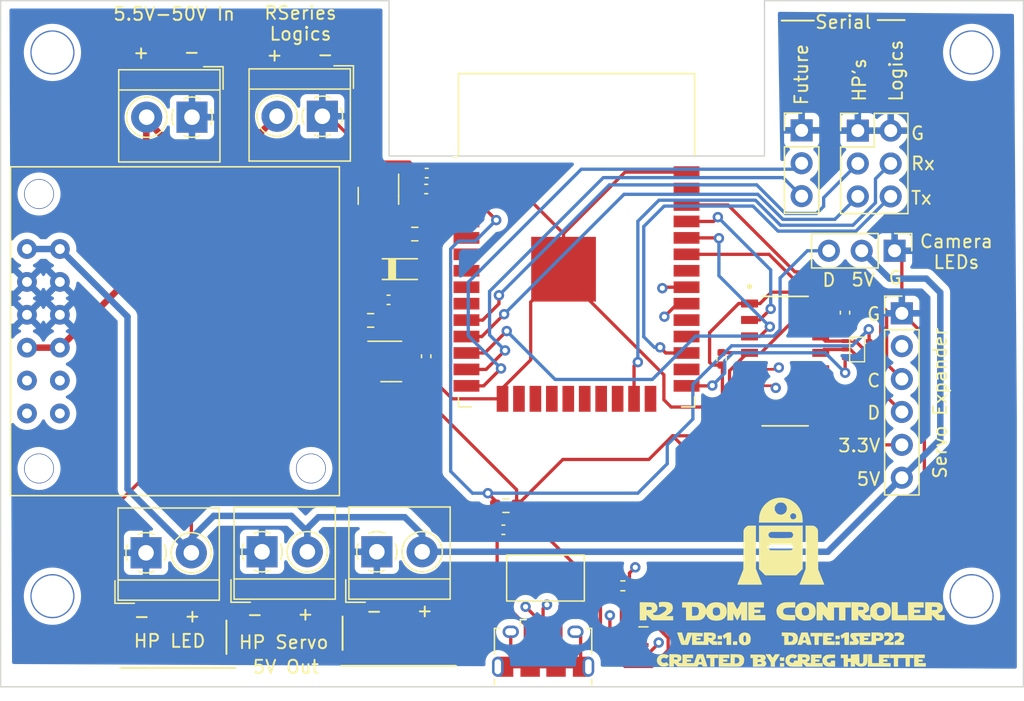
<source format=kicad_pcb>
(kicad_pcb (version 20211014) (generator pcbnew)
  (layers (0 "F.Cu" signal) (1 "In1.Cu" signal) (2 "In2.Cu" signal) (31 "B.Cu" signal) (34 "B.Paste" user) (35 "F.Paste" user) (36 "B.SilkS" user "B.Silkscreen") (37 "F.SilkS" user "F.Silkscreen") (38 "B.Mask" user) (39 "F.Mask" user) (44 "Edge.Cuts" user))
  (net 0 "")
  (net 1 "RX_FU")
  (net 2 "GND")
  (net 3 "+3.3V")
  (net 4 "VIN")
  (net 5 "VBUS")
  (net 8 "ST_LED_C")
  (net 9 "Net-(D1-Pad4)")
  (net 10 "D-")
  (net 11 "D+")
  (net 13 "unconnected-(J1-Pad6)")
  (net 15 "SCL")
  (net 16 "SDA")
  (net 17 "+5V")
  (net 18 "RX_RS")
  (net 19 "RX_HP")
  (net 20 "TX_RS")
  (net 21 "TX_HP")
  (net 22 "CL_D")
  (net 23 "Net-(R3-Pad1)")
  (net 24 "ST_LED_D")
  (net 31 "TX_FU")
  (net 40 "GPIO0")
  (net 45 "TXD0")
  (net 46 "RXD0")
  (net 55 "DTR")
  (net 56 "RTS")
  (net 58 "RESET")
  (net 63 "+12V")
  (footprint "TerminalBlock_4Ucon:TerminalBlock_4Ucon_1x02_P3.50mm_Horizontal" (layer "F.Cu") (at 87.78 66 180)
    (fp_text reference "J5" hide)
    (fp_text value "12IN" hide)
  )
  (footprint "Logos:DomeControllerVersioning" (layer "F.Cu") (at 134.13 105.94)
    (fp_text reference "G***" hide)
    (fp_text value "LOGO" hide)
  )
  (footprint "Capacitor_SMD:C_0402_1005Metric" (layer "F.Cu") (at 138.22 81.1 -90)
    (fp_text reference "C4" hide)
    (fp_text value "10uF" hide)
  )
  (footprint "TerminalBlock_4Ucon:TerminalBlock_4Ucon_1x02_P3.50mm_Horizontal" (layer "F.Cu") (at 93.19 99.57)
    (fp_text reference "J8" hide)
    (fp_text value "HP Servo" hide)
  )
  (footprint "Resistor_SMD:R_0603_1608Metric" (layer "F.Cu") (at 104.99 75.03)
    (fp_text reference "R2" hide)
    (fp_text value "100K" hide)
  )
  (footprint "Resistor_SMD:R_0603_1608Metric" (layer "F.Cu") (at 101.58 81.7)
    (fp_text reference "R3" hide)
    (fp_text value "100K" hide)
  )
  (footprint "Connector_USB:USB_Micro-B_Amphenol_10118194_Horizontal" (layer "F.Cu") (at 114.9 107.15)
    (fp_text reference "J1" hide)
    (fp_text value "USB_B_Micro" hide)
  )
  (footprint "RF_Module:ESP32-WROOM-32" (layer "F.Cu") (at 117.48 78.5)
    (fp_text reference "U1" hide)
    (fp_text value "ESP32-WROOM-32D_16MB_")
  )
  (footprint "Capacitor_SMD:C_0402_1005Metric" (layer "F.Cu") (at 105.87 71.55 180)
    (fp_text reference "C3" hide)
    (fp_text value "100nF" hide)
  )
  (footprint "Capacitor_SMD:C_0402_1005Metric" (layer "F.Cu") (at 102.96 80.11 180)
    (fp_text reference "C5" hide)
    (fp_text value "1uF" hide)
  )
  (footprint "TerminalBlock_4Ucon:TerminalBlock_4Ucon_1x02_P3.50mm_Horizontal" (layer "F.Cu") (at 102.06 99.57)
    (fp_text reference "J9" hide)
    (fp_text value "5V Out" hide)
  )
  (footprint "Capacitor_SMD:C_0402_1005Metric" (layer "F.Cu") (at 105.91 70.32 180)
    (fp_text reference "C2" hide)
    (fp_text value "10uF" hide)
  )
  (footprint "Custom:GT-TC057A-H050-L1" (layer "F.Cu") (at 115.085 101.6)
    (fp_text reference "SW1" hide)
    (fp_text value "SW_Push" hide)
  )
  (footprint "Capacitor_SMD:C_0402_1005Metric" (layer "F.Cu") (at 105.87 84.47 -90)
    (fp_text reference "C7" hide)
    (fp_text value "1uF" hide)
  )
  (footprint "Custom:SOD3716X135N" (layer "F.Cu") (at 103.8385 77.7385)
    (fp_text reference "CR1" hide)
    (fp_text value "B5819W-TP" hide)
  )
  (footprint "Symbol:r2" (layer "F.Cu") (at 133.29 98.78)
    (fp_text reference "G***" hide)
    (fp_text value "LOGO" hide)
  )
  (footprint "MountingHole:MountingHole_3.2mm_M3" (layer "F.Cu") (at 77 61)
    (fp_text reference "REF**" hide)
    (fp_text value "MountingHole_3.2mm_M3" hide)
  )
  (footprint "Connector_PinHeader_2.54mm:PinHeader_2x03_P2.54mm_Vertical" (layer "F.Cu") (at 139.21 67.04)
    (fp_text reference "J3" hide)
    (fp_text value "Conn_02x03_Odd_Even" hide)
  )
  (footprint "Package_TO_SOT_SMD:SOT-23" (layer "F.Cu") (at 102.18 72.08 -90)
    (fp_text reference "U2" hide)
    (fp_text value "CJ2301_S1" hide)
  )
  (footprint "MountingHole:MountingHole_3.2mm_M3" (layer "F.Cu") (at 77 103)
    (fp_text reference "REF**" hide)
    (fp_text value "MountingHole_3.2mm_M3" hide)
  )
  (footprint "Connector_PinHeader_2.54mm:PinHeader_1x06_P2.54mm_Vertical" (layer "F.Cu") (at 142.61 81.15)
    (fp_text reference "J2" hide)
    (fp_text value "Servo Header" hide)
  )
  (footprint "Capacitor_SMD:C_0402_1005Metric" (layer "F.Cu") (at 128.68 84.67 -90)
    (fp_text reference "C6" hide)
    (fp_text value "100nF" hide)
  )
  (footprint "LED_SMD:LED-APA102-2020" (layer "F.Cu") (at 121.8 106.77 180)
    (fp_text reference "D1" hide)
    (fp_text value "APA102-2020" hide)
  )
  (footprint "MountingHole:MountingHole_3.2mm_M3" (layer "F.Cu") (at 148 103)
    (fp_text reference "REF**" hide)
    (fp_text value "MountingHole_3.2mm_M3" hide)
  )
  (footprint "Connector_PinHeader_2.54mm:PinHeader_1x03_P2.54mm_Vertical" (layer "F.Cu") (at 142.05 76.32 -90)
    (fp_text reference "J4" hide)
    (fp_text value "Conn_01x03" hide)
  )
  (footprint "MountingHole:MountingHole_3.2mm_M3" (layer "F.Cu") (at 148 61)
    (fp_text reference "REF**" hide)
    (fp_text value "MountingHole_3.2mm_M3" hide)
  )
  (footprint "Connector_PinHeader_2.54mm:PinHeader_1x03_P2.54mm_Vertical" (layer "F.Cu") (at 134.87 67.02)
    (fp_text reference "J10" hide)
    (fp_text value "Conn_01x03" hide)
  )
  (footprint "TerminalBlock_4Ucon:TerminalBlock_4Ucon_1x02_P3.50mm_Horizontal" (layer "F.Cu") (at 84.23 99.65)
    (fp_text reference "J7" hide)
    (fp_text value "HP" hide)
  )
  (footprint "Pololu:D36V50F5-STEPDOWN" (layer "F.Cu") (at 86.465 82.535 -90)
    (fp_text reference "U6" hide)
    (fp_text value "D36V50F5-STEPDOWN" hide)
  )
  (footprint "Resistor_SMD:R_0402_1005Metric" (layer "F.Cu") (at 121.06 102.2)
    (fp_text reference "R4" hide)
    (fp_text value "220" hide)
  )
  (footprint "Capacitor_SMD:C_0402_1005Metric" (layer "F.Cu") (at 111.83 97.87)
    (fp_text reference "C1" hide)
    (fp_text value "100nF" hide)
  )
  (footprint "Custom:UMT6" (layer "F.Cu") (at 139.155 83.9458)
    (fp_text reference "U5" hide)
    (fp_text value "UMH3N" hide)
  )
  (footprint "Custom:SOIC127P600X180-16N" (layer "F.Cu") (at 133.595 84.84)
    (fp_text reference "U4" hide)
    (fp_text value "CH340C" hide)
  )
  (footprint "TerminalBlock_4Ucon:TerminalBlock_4Ucon_1x02_P3.50mm_Horizontal" (layer "F.Cu") (at 97.85 65.93 180)
    (fp_text reference "J6" hide)
    (fp_text value "RSeries Logics" hide)
  )
  (footprint "Package_TO_SOT_SMD:SOT-23-5" (layer "F.Cu") (at 103.17 84.87)
    (fp_text reference "U3" hide)
    (fp_text value "ME6211C33M5G" hide)
  )
  (footprint "Resistor_SMD:R_0603_1608Metric" (layer "F.Cu") (at 112.03 96.01 180)
    (fp_text reference "R1" hide)
    (fp_text value "10K" hide)
  )
  (gr_line (start 99.41 104.57) (end 99.41 107.15) (layer "F.SilkS") (width 0.15))
  (gr_line (start 135.81 58.54) (end 133.33 58.54) (layer "F.SilkS") (width 0.15))
  (gr_line (start 91.12 108.54) (end 82.25 108.54) (layer "F.SilkS") (width 0.15))
  (gr_line (start 90.44 104.88) (end 90.44 107.46) (layer "F.SilkS") (width 0.15))
  (gr_line (start 140.74 58.5) (end 142.83 58.5) (layer "F.SilkS") (width 0.15))
  (gr_line (start 108.165 108.38) (end 99.295 108.38) (layer "F.SilkS") (width 0.15))
  (gr_line (start 103 57) (end 103 69) (layer "Edge.Cuts") (width 0.1))
  (gr_line (start 132 57) (end 152 57) (layer "Edge.Cuts") (width 0.1))
  (gr_line (start 152 57) (end 152 110) (layer "Edge.Cuts") (width 0.1))
  (gr_line (start 152 110) (end 73 110) (layer "Edge.Cuts") (width 0.1))
  (gr_line locked (start 73 57) (end 103 57) (layer "Edge.Cuts") (width 0.1))
  (gr_line (start 73 110) (end 73 57) (layer "Edge.Cuts") (width 0.1))
  (gr_line (start 103 69) (end 132 69) (layer "Edge.Cuts") (width 0.1))
  (gr_line (start 132 69) (end 132 57) (layer "Edge.Cuts") (width 0.1))
  (gr_text "Camera\nLEDs" (at 146.82 76.4) (layer "F.SilkS") (effects (font (size 1 1))))
  (gr_text "5V Out" (at 95.03 108.46) (layer "F.SilkS") (effects (font (size 1 1))))
  (gr_text "HP LED" (at 86.05 106.46) (layer "F.SilkS") (effects (font (size 1 1))))
  (gr_text "Servo Expander" (at 145.56 88.09 90) (layer "F.SilkS") (effects (font (size 1 1))))
  (gr_text "Tx" (at 144.115714 72.24) (layer "F.SilkS") (effects (font (size 1 1))))
  (gr_text "+" (at 87.81 104.66 180) (layer "F.SilkS") (effects (font (size 1 1))))
  (gr_text "+" (at 83.85 60.99) (layer "F.SilkS") (effects (font (size 1 1))))
  (gr_text "-" (at 92.63 104.54 180) (layer "F.SilkS") (effects (font (size 1 1))))
  (gr_text "-" (at 87.76 60.96) (layer "F.SilkS") (effects (font (size 1 1))))
  (gr_text "+" (at 94.16 61.18) (layer "F.SilkS") (effects (font (size 1 1))))
  (gr_text "5V" (at 140.035238 93.96) (layer "F.SilkS") (effects (font (size 1 1))))
  (gr_text "G" (at 142.1 78.41) (layer "F.SilkS") (effects (font (size 1 1))))
  (gr_text "HP Servo" (at 94.86 106.56) (layer "F.SilkS") (effects (font (size 1 1))))
  (gr_text "D" (at 140.44 88.84) (layer "F.SilkS") (effects (font (size 1 1))))
  (gr_text "+" (at 96.54 104.51 180) (layer "F.SilkS") (effects (font (size 1 1))))
  (gr_text "G" (at 140.44 81.21) (layer "F.SilkS") (effects (font (size 1 1))))
  (gr_text "HP's" (at 139.33 63.122858 90) (layer "F.SilkS") (effects (font (size 1 1))))
  (gr_text "5.5V-50V In" (at 86.4 58.03) (layer "F.SilkS") (effects (font (size 1 1))))
  (gr_text "RSeries\nLogics" (at 96.16 58.76) (layer "F.SilkS") (effects (font (size 1 1))))
  (gr_text "Serial" (at 138.09 58.66) (layer "F.SilkS") (effects (font (size 1 1))))
  (gr_text "3.3V" (at 139.320952 91.37) (layer "F.SilkS") (effects (font (size 1 1))))
  (gr_text "Logics" (at 142.16 62.408572 90) (layer "F.SilkS") (effects (font (size 1 1))))
  (gr_text "D" (at 136.98 78.58) (layer "F.SilkS") (effects (font (size 1 1))))
  (gr_text "Rx" (at 144.234762 69.58) (layer "F.SilkS") (effects (font (size 1 1))))
  (gr_text "Future" (at 134.85 62.71 90) (layer "F.SilkS") (effects (font (size 1 1))))
  (gr_text "-" (at 83.9 104.69 180) (layer "F.SilkS") (effects (font (size 1 1))))
  (gr_text "+" (at 105.76 104.25 180) (layer "F.SilkS") (effects (font (size 1 1))))
  (gr_text "5V" (at 139.62 78.56) (layer "F.SilkS") (effects (font (size 1 1))))
  (gr_text "-" (at 98.07 61.15) (layer "F.SilkS") (effects (font (size 1 1))))
  (gr_text "G" (at 143.83 67.25) (layer "F.SilkS") (effects (font (size 1 1))))
  (gr_text "-" (at 101.85 104.28 180) (layer "F.SilkS") (effects (font (size 1 1))))
  (gr_text "C" (at 140.44 86.35) (layer "F.SilkS") (effects (font (size 1 1))))
  (segment (start 108.98 86.755) (end 110.305 86.755) (width 0.254) (layer "F.Cu") (net 1))
  (segment (start 110.305 86.755) (end 111.65 85.41) (width 0.254) (layer "F.Cu") (net 1))
  (via (at 111.65 85.41) (size 0.8) (drill 0.4) (layers "F.Cu" "B.Cu") (net 1))
  (segment (start 109.12 82.88) (end 111.65 85.41) (width 0.254) (layer "B.Cu") (net 1))
  (segment (start 109.12 78.75) (end 109.12 82.88) (width 0.254) (layer "B.Cu") (net 1))
  (segment (start 117.85 70.02) (end 109.12 78.75) (width 0.254) (layer "B.Cu") (net 1))
  (segment (start 134.41 70.02) (end 117.85 70.02) (width 0.254) (layer "B.Cu") (net 1))
  (segment (start 134.87 69.56) (end 134.41 70.02) (width 0.254) (layer "B.Cu") (net 1))
  (segment (start 128.22 87.92) (end 128.25 87.95) (width 0.25) (layer "F.Cu") (net 2))
  (segment (start 138.27 79.52) (end 139.02 80.27) (width 0.254) (layer "F.Cu") (net 2))
  (segment (start 123.303489 108.426511) (end 121.223489 108.426511) (width 0.254) (layer "F.Cu") (net 2))
  (segment (start 108.41848 69.68348) (end 108.98 70.245) (width 0.254) (layer "F.Cu") (net 2))
  (segment (start 116.48 77.745) (end 113.94 80.285) (width 0.25) (layer "F.Cu") (net 2))
  (segment (start 116.48 77.745) (end 116.48 78.155386) (width 0.25) (layer "F.Cu") (net 2))
  (segment (start 104.821122 80.11) (end 106.26 78.671122) (width 0.25) (layer "F.Cu") (net 2))
  (segment (start 105.43 70.31) (end 106.05652 69.68348) (width 0.254) (layer "F.Cu") (net 2))
  (segment (start 116.48 74.995) (end 111.73 70.245) (width 0.25) (layer "F.Cu") (net 2))
  (segment (start 130.005 80.395) (end 130.845 80.395) (width 0.254) (layer "F.Cu") (net 2))
  (segment (start 105.815 75.03) (end 105.39 74.605) (width 0.25) (layer "F.Cu") (net 2))
  (segment (start 116.48 77.745) (end 116.48 74.995) (width 0.25) (layer "F.Cu") (net 2))
  (segment (start 102.0325 84.87) (end 102.416072 84.87) (width 0.25) (layer "F.Cu") (net 2))
  (segment (start 103.44 80.11) (end 104.821122 80.11) (width 0.25) (layer "F.Cu") (net 2))
  (segment (start 119.33 102.555) (end 118.375 101.6) (width 0.254) (layer "F.Cu") (net 2))
  (segment (start 118.375 101.6) (end 116.2 103.775) (width 0.254) (layer "F.Cu") (net 2))
  (segment (start 124.56 107.17) (end 123.303489 108.426511) (width 0.254) (layer "F.Cu") (net 2))
  (segment (start 124.23 87.83) (end 124.79 88.39) (width 0.25) (layer "F.Cu") (net 2))
  (segment (start 127.11 88.39) (end 127.58 87.92) (width 0.25) (layer "F.Cu") (net 2))
  (segment (start 121.23 70.245) (end 125.98 70.245) (width 0.25) (layer "F.Cu") (net 2))
  (segment (start 116.48 74.995) (end 121.23 70.245) (width 0.25) (layer "F.Cu") (net 2))
  (segment (start 128.25 87.95) (end 128.75 87.45) (width 0.25) (layer "F.Cu") (net 2))
  (segment (start 127.58 87.92) (end 128.22 87.92) (width 0.25) (layer "F.Cu") (net 2))
  (segment (start 113.94 84.750978) (end 111.765 86.925978) (width 0.25) (layer "F.Cu") (net 2))
  (segment (start 105.87 85.744022) (end 107.880978 87.755) (width 0.25) (layer "F.Cu") (net 2))
  (segment (start 124.23 85.905386) (end 124.23 87.83) (width 0.25) (layer "F.Cu") (net 2))
  (segment (start 123.4 105.27) (end 123.46 105.33) (width 0.254) (layer "F.Cu") (net 2))
  (segment (start 124.79 88.39) (end 127.11 88.39) (width 0.25) (layer "F.Cu") (net 2))
  (segment (start 142.37 102.7) (end 144.35 100.72) (width 0.254) (layer "F.Cu") (net 2))
  (segment (start 124.286 102.7) (end 142.37 102.7) (width 0.254) (layer "F.Cu") (net 2))
  (segment (start 142.61 81.15) (end 142.61 76.88) (width 0.254) (layer "F.Cu") (net 2))
  (segment (start 113.94 80.285) (end 113.94 84.750978) (width 0.25) (layer "F.Cu") (net 2))
  (segment (start 103.32048 80.22952) (end 103.44 80.11) (width 0.25) (layer "F.Cu") (net 2))
  (segment (start 111.73 70.245) (end 108.98 70.245) (width 0.25) (layer "F.Cu") (net 2))
  (segment (start 105.87 84.95) (end 105.87 85.744022) (width 0.25) (layer "F.Cu") (net 2))
  (segment (start 121.8 105.416978) (end 121.946978 105.27) (width 0.254) (layer "F.Cu") (net 2))
  (segment (start 107.880978 87.755) (end 111.765 87.755) (width 0.25) (layer "F.Cu") (net 2))
  (segment (start 130.845 80.395) (end 131.655 80.395) (width 0.254) (layer "F.Cu") (net 2))
  (segment (start 121.8 105.186) (end 124.286 102.7) (width 0.254) (layer "F.Cu") (net 2))
  (segment (start 128.68 85.15) (end 127.97 85.15) (width 0.254) (layer "F.Cu") (net 2))
  (segment (start 144.35 82.84) (end 142.66 81.15) (width 0.254) (layer "F.Cu") (net 2))
  (segment (start 123.46 105.33) (end 123.66 105.33) (width 0.254) (layer "F.Cu") (net 2))
  (segment (start 106.05652 69.68348) (end 108.41848 69.68348) (width 0.254) (layer "F.Cu") (net 2))
  (segment (start 127.76 84.94) (end 127.76 82.64) (width 0.254) (layer "F.Cu") (net 2))
  (segment (start 142.66 81.15) (end 142.61 81.15) (width 0.254) (layer "F.Cu") (net 2))
  (segment (start 132.53 79.52) (end 138.27 79.52) (width 0.254) (layer "F.Cu") (net 2))
  (segment (start 138.83 81.58) (end 138.22 81.58) (width 0.254) (layer "F.Cu") (net 2))
  (segment (start 114.645 97.87) (end 118.375 101.6) (width 0.254) (layer "F.Cu") (net 2))
  (segment (start 119.33 106.2) (end 119.33 102.555) (width 0.254) (layer "F.Cu") (net 2))
  (segment (start 124.56 106.23) (end 124.56 107.17) (width 0.254) (layer "F.Cu") (net 2))
  (segment (start 128.75 87.45) (end 128.75 85.45) (width 0.25) (layer "F.Cu") (net 2))
  (segment (start 139.02 80.27) (end 139.02 81.39) (width 0.254) (layer "F.Cu") (net 2))
  (segment (start 97.82 65.36) (end 101.93 69.47) (width 0.254) (layer "F.Cu") (net 2))
  (segment (start 121.946978 105.27) (end 123.4 105.27) (width 0.254) (layer "F.Cu") (net 2))
  (segment (start 120.95 108.153022) (end 120.95 107.67) (width 0.254) (layer "F.Cu") (net 2))
  (segment (start 103.32048 83.965592) (end 103.32048 80.22952) (width 0.25) (layer "F.Cu") (net 2))
  (segment (start 120.8 107.67) (end 119.33 106.2) (width 0.254) (layer "F.Cu") (net 2))
  (segment (start 116.48 78.155386) (end 124.23 85.905386) (width 0.25) (layer "F.Cu") (net 2))
  (segment (start 105.43 70.32) (end 105.43 70.31) (width 0.254) (layer "F.Cu") (net 2))
  (segment (start 105.39 74.605) (end 105.39 71.55) (width 0.25) (layer "F.Cu") (net 2))
  (segment (start 121.8 106.18) (end 121.8 105.416978) (width 0.254) (layer "F.Cu") (net 2))
  (segment (start 127.97 85.15) (end 127.76 84.94) (width 0.254) (layer "F.Cu") (net 2))
  (segment (start 144.35 100.72) (end 144.35 82.84) (width 0.254) (layer "F.Cu") (net 2))
  (segment (start 142.61 76.88) (end 142.05 76.32) (width 0.254) (layer "F.Cu") (net 2))
  (segment (start 105.43 70.32) (end 105.43 71.51) (width 0.254) (layer "F.Cu") (net 2))
  (segment (start 104.58 69.47) (end 105.43 70.32) (width 0.254) (layer "F.Cu") (net 2))
  (segment (start 112.31 97.87) (end 114.645 97.87) (width 0.254) (layer "F.Cu") (net 2))
  (segment (start 127.76 82.64) (end 130.005 80.395) (width 0.254) (layer "F.Cu") (net 2))
  (segment (start 116.2 103.775) (end 116.2 105.75) (width 0.254) (layer "F.Cu") (net 2))
  (segment (start 131.655 80.395) (end 132.53 79.52) (width 0.254) (layer "F.Cu") (net 2))
  (segment (start 120.95 107.67) (end 120.8 107.67) (width 0.254) (layer "F.Cu") (net 2))
  (segment (start 111.765 86.925978) (end 111.765 87.755) (width 0.25) (layer "F.Cu") (net 2))
  (segment (start 106.26 78.671122) (end 106.26 75.475) (width 0.25) (layer "F.Cu") (net 2))
  (segment (start 123.66 105.33) (end 124.56 106.23) (width 0.254) (layer "F.Cu") (net 2))
  (segment (start 121.8 106.18) (end 121.8 105.186) (width 0.254) (layer "F.Cu") (net 2))
  (segment (start 101.93 69.47) (end 104.58 69.47) (width 0.254) (layer "F.Cu") (net 2))
  (segment (start 121.223489 108.426511) (end 120.95 108.153022) (width 0.254) (layer "F.Cu") (net 2))
  (segment (start 106.26 75.475) (end 105.815 75.03) (width 0.25) (layer "F.Cu") (net 2))
  (segment (start 139.02 81.39) (end 138.83 81.58) (width 0.254) (layer "F.Cu") (net 2))
  (segment (start 105.43 71.51) (end 105.39 71.55) (width 0.254) (layer "F.Cu") (net 2))
  (segment (start 102.416072 84.87) (end 103.32048 83.965592) (width 0.25) (layer "F.Cu") (net 2))
  (segment (start 116.425 92.44) (end 123.07 92.44) (width 0.25) (layer "F.Cu") (net 3))
  (segment (start 105.42048 85.46741) (end 105.42048 87.34048) (width 0.25) (layer "F.Cu") (net 3))
  (segment (start 106.92 72.745978) (end 106.92 81.3075) (width 0.25) (layer "F.Cu") (net 3))
  (segment (start 106.92 81.3075) (end 104.3075 83.92) (width 0.25) (layer "F.Cu") (net 3))
  (segment (start 131.735 84.205) (end 135.545 80.395) (width 0.25) (layer "F.Cu") (net 3))
  (segment (start 108.150978 71.515) (end 106.92 72.745978) (width 0.25) (layer "F.Cu") (net 3))
  (segment (start 104.3075 83.92) (end 104.3075 84.35443) (width 0.25) (layer "F.Cu") (net 3))
  (segment (start 128.68 84.19) (end 130.83 84.19) (width 0.254) (layer "F.Cu") (net 3))
  (segment (start 121.87 107.67) (end 121.8 107.6) (width 0.254) (layer "F.Cu") (net 3))
  (segment (start 130.685089 84.205) (end 130.845 84.205) (width 0.25) (layer "F.Cu") (net 3))
  (segment (start 108.98 71.515) (end 106.385 71.515) (width 0.25) (layer "F.Cu") (net 3))
  (segment (start 108.98 71.515) (end 108.150978 71.515) (width 0.25) (layer "F.Cu") (net 3))
  (segment (start 105.42048 87.34048) (end 112.855 94.775) (width 0.25) (layer "F.Cu") (net 3))
  (segment (start 130.83 84.19) (end 130.845 84.205) (width 0.254) (layer "F.Cu") (net 3))
  (segment (start 135.545 80.395) (end 136.345 80.395) (width 0.25) (layer "F.Cu") (net 3))
  (segment (start 104.3075 84.35443) (end 105.42048 85.46741) (width 0.25) (layer "F.Cu") (net 3))
  (segment (start 124.9 90.61) (end 127.11 90.61) (width 0.25) (layer "F.Cu") (net 3))
  (segment (start 107.585 71.515) (end 106.39 70.32) (width 0.25) (layer "F.Cu") (net 3))
  (segment (start 129.3 85.590089) (end 130.685089 84.205) (width 0.25) (layer "F.Cu") (net 3))
  (segment (start 104.3075 83.92) (end 105.8 83.92) (width 0.25) (layer "F.Cu") (net 3))
  (segment (start 125.6 91.31) (end 142.61 91.31) (width 0.25) (layer "F.Cu") (net 3))
  (segment (start 129.3 88.42) (end 129.3 85.590089) (width 0.25) (layer "F.Cu") (net 3))
  (segment (start 138.22 80.62) (end 136.57 80.62) (width 0.254) (layer "F.Cu") (net 3))
  (segment (start 123.07 92.44) (end 124.9 90.61) (width 0.25) (layer "F.Cu") (net 3))
  (segment (start 122.65 107.67) (end 122.8 107.67) (width 0.254) (layer "F.Cu") (net 3))
  (segment (start 136.57 80.62) (end 136.345 80.395) (width 0.254) (layer "F.Cu") (net 3))
  (segment (start 123.83 106.64) (end 123.83 106.58) (width 0.254) (layer "F.Cu") (net 3))
  (segment (start 122.8 107.67) (end 123.83 106.64) (width 0.254) (layer "F.Cu") (net 3))
  (segment (start 108.98 71.515) (end 107.585 71.515) (width 0.25) (layer "F.Cu") (net 3))
  (segment (start 124.9 90.61) (end 125.6 91.31) (width 0.25) (layer "F.Cu") (net 3))
  (segment (start 112.855 96.01) (end 116.425 92.44) (width 0.25) (layer "F.Cu") (net 3))
  (segment (start 127.11 90.61) (end 129.3 88.42) (width 0.25) (layer "F.Cu") (net 3))
  (segment (start 106.385 71.515) (end 106.35 71.55) (width 0.25) (layer "F.Cu") (net 3))
  (segment (start 122.65 107.67) (end 121.87 107.67) (width 0.254) (layer "F.Cu") (net 3))
  (segment (start 112.855 94.775) (end 112.855 96.01) (width 0.25) (layer "F.Cu") (net 3))
  (segment (start 130.845 84.205) (end 131.735 84.205) (width 0.25) (layer "F.Cu") (net 3))
  (via (at 123.83 106.58) (size 0.8) (drill 0.4) (layers "F.Cu" "B.Cu") (net 3))
  (segment (start 101.23 71.1425) (end 101.721428 71.1425) (width 0.25) (layer "F.Cu") (net 4))
  (segment (start 102.405 80.185) (end 102.48 80.11) (width 0.25) (layer "F.Cu") (net 4))
  (segment (start 102.80452 72.225592) (end 102.80452 77.13418) (width 0.25) (layer "F.Cu") (net 4))
  (segment (start 101.721428 71.1425) (end 102.80452 72.225592) (width 0.25) (layer "F.Cu") (net 4))
  (segment (start 102.48 78.0183) (end 102.2002 77.7385) (width 0.25) (layer "F.Cu") (net 4))
  (segment (start 102.80452 77.13418) (end 102.2002 77.7385) (width 0.25) (layer "F.Cu") (net 4))
  (segment (start 102.0325 82.0725) (end 102.405 81.7) (width 0.25) (layer "F.Cu") (net 4))
  (segment (start 102.405 81.7) (end 102.405 80.185) (width 0.25) (layer "F.Cu") (net 4))
  (segment (start 102.48 80.11) (end 102.48 78.0183) (width 0.25) (layer "F.Cu") (net 4))
  (segment (start 102.0325 83.92) (end 102.0325 82.0725) (width 0.25) (layer "F.Cu") (net 4))
  (segment (start 98.491099 72.47) (end 100.882619 70.07848) (width 0.254) (layer "F.Cu") (net 5))
  (segment (start 104.165 72.1775) (end 104.165 75.03) (width 0.25) (layer "F.Cu") (net 5))
  (segment (start 87.27648 91.99352) (end 87.27648 76.73352) (width 0.254) (layer "F.Cu") (net 5))
  (segment (start 84.41 93.48) (end 85.79 93.48) (width 0.254) (layer "F.Cu") (net 5))
  (segment (start 112.105 103.78) (end 83.44 103.78) (width 0.254) (layer "F.Cu") (net 5))
  (segment (start 85.79 93.48) (end 87.27648 91.99352) (width 0.254) (layer "F.Cu") (net 5))
  (segment (start 104.165 75.03) (end 105.4768 76.3418) (width 0.25) (layer "F.Cu") (net 5))
  (segment (start 87.27648 76.73352) (end 91.54 72.47) (width 0.254) (layer "F.Cu") (net 5))
  (segment (start 113.6 105.75) (end 113.6 105.275) (width 0.254) (layer "F.Cu") (net 5))
  (segment (start 81.09 96.8) (end 84.41 93.48) (width 0.254) (layer "F.Cu") (net 5))
  (segment (start 81.09 101.43) (end 81.09 96.8) (width 0.254) (layer "F.Cu") (net 5))
  (segment (start 91.54 72.47) (end 98.491099 72.47) (width 0.254) (layer "F.Cu") (net 5))
  (segment (start 102.06798 70.08048) (end 103.13 71.1425) (width 0.25) (layer "F.Cu") (net 5))
  (segment (start 113.6 105.275) (end 112.105 103.78) (width 0.254) (layer "F.Cu") (net 5))
  (segment (start 103.13 71.1425) (end 104.165 72.1775) (width 0.25) (layer "F.Cu") (net 5))
  (segment (start 100.883448 70.08048) (end 102.06798 70.08048) (width 0.25) (layer "F.Cu") (net 5))
  (segment (start 105.4768 76.3418) (end 105.4768 77.7385) (width 0.25) (layer "F.Cu") (net 5))
  (segment (start 83.44 103.78) (end 81.09 101.43) (width 0.254) (layer "F.Cu") (net 5))
  (segment (start 124.185 79.135) (end 124.11 79.21) (width 0.254) (layer "F.Cu") (net 8))
  (segment (start 120.7 106.77) (end 120.06 106.13) (width 0.254) (layer "F.Cu") (net 8))
  (segment (start 120.95 106.77) (end 120.7 106.77) (width 0.254) (layer "F.Cu") (net 8))
  (segment (start 125.98 79.135) (end 124.185 79.135) (width 0.254) (layer "F.Cu") (net 8))
  (segment (start 120.06 106.13) (end 120.06 104.48) (width 0.254) (layer "F.Cu") (net 8))
  (via (at 124.11 79.21) (size 0.8) (drill 0.4) (layers "F.Cu" "B.Cu") (net 8))
  (via (at 120.06 104.48) (size 0.8) (drill 0.4) (layers "F.Cu" "B.Cu") (net 8))
  (segment (start 120.55 102.2) (end 120.95 102.6) (width 0.254) (layer "F.Cu") (net 9))
  (segment (start 120.95 102.6) (end 120.95 105.87) (width 0.254) (layer "F.Cu") (net 9))
  (segment (start 114.25 105.75) (end 114.25 104.52) (width 0.254) (layer "F.Cu") (net 10))
  (segment (start 132.705 86.745) (end 132.87 86.91) (width 0.2) (layer "F.Cu") (net 10))
  (segment (start 114.25 104.52) (end 113.545 103.815) (width 0.254) (layer "F.Cu") (net 10))
  (segment (start 130.845 86.745) (end 132.705 86.745) (width 0.2) (layer "F.Cu") (net 10))
  (via (at 132.87 86.91) (size 0.8) (drill 0.4) (layers "F.Cu" "B.Cu") (net 10))
  (via (at 113.545 103.815) (size 0.8) (drill 0.4) (layers "F.Cu" "B.Cu") (net 10))
  (segment (start 130.845 85.475) (end 132.975 85.475) (width 0.2) (layer "F.Cu") (net 11))
  (segment (start 114.9 103.96) (end 115.2 103.66) (width 0.254) (layer "F.Cu") (net 11))
  (segment (start 114.9 105.75) (end 114.9 103.96) (width 0.254) (layer "F.Cu") (net 11))
  (segment (start 132.975 85.475) (end 133.11 85.34) (width 0.2) (layer "F.Cu") (net 11))
  (via (at 133.11 85.34) (size 0.8) (drill 0.4) (layers "F.Cu" "B.Cu") (net 11))
  (via (at 115.2 103.66) (size 0.8) (drill 0.4) (layers "F.Cu" "B.Cu") (net 11))
  (segment (start 113.9 108.45) (end 115.9 108.45) (width 0.254) (layer "F.Cu") (net 13))
  (segment (start 112.4 108.05) (end 112 108.45) (width 0.254) (layer "F.Cu") (net 13))
  (segment (start 117.8 108.45) (end 117.8 106.15) (width 0.254) (layer "F.Cu") (net 13))
  (segment (start 115.9 108.45) (end 117.8 108.45) (width 0.254) (layer "F.Cu") (net 13))
  (segment (start 117.8 106.15) (end 117.4 105.75) (width 0.254) (layer "F.Cu") (net 13))
  (segment (start 112.4 105.75) (end 112.4 108.05) (width 0.254) (layer "F.Cu") (net 13))
  (segment (start 112 108.45) (end 113.9 108.45) (width 0.254) (layer "F.Cu") (net 13))
  (segment (start 141.433489 85.053489) (end 142.61 86.23) (width 0.254) (layer "F.Cu") (net 15))
  (segment (start 129.185 72.785) (end 134.35 77.95) (width 0.254) (layer "F.Cu") (net 15))
  (segment (start 138.78 78.32) (end 141.433489 80.973489) (width 0.254) (layer "F.Cu") (net 15))
  (segment (start 125.98 72.785) (end 129.185 72.785) (width 0.254) (layer "F.Cu") (net 15))
  (segment (start 137.22 77.95) (end 137.59 78.32) (width 0.254) (layer "F.Cu") (net 15))
  (segment (start 141.433489 80.973489) (end 141.433489 85.053489) (width 0.254) (layer "F.Cu") (net 15))
  (segment (start 137.59 78.32) (end 138.78 78.32) (width 0.254) (layer "F.Cu") (net 15))
  (segment (start 134.35 77.95) (end 137.22 77.95) (width 0.254) (layer "F.Cu") (net 15))
  (segment (start 138.18352 78.77352) (end 140.979969 81.569969) (width 0.254) (layer "F.Cu") (net 16))
  (segment (start 140.979969 81.569969) (end 140.979969 87.139969) (width 0.254) (layer "F.Cu") (net 16))
  (segment (start 132.353626 76.595) (end 134.532146 78.77352) (width 0.254) (layer "F.Cu") (net 16))
  (segment (start 140.979969 87.139969) (end 142.61 88.77) (width 0.254) (layer "F.Cu") (net 16))
  (segment (start 134.532146 78.77352) (end 138.18352 78.77352) (width 0.254) (layer "F.Cu") (net 16))
  (segment (start 125.98 76.595) (end 132.353626 76.595) (width 0.254) (layer "F.Cu") (net 16))
  (segment (start 87.73 77.03) (end 87.73 99.65) (width 0.254) (layer "F.Cu") (net 17))
  (segment (start 91.7425 73.0175) (end 87.73 77.03) (width 0.254) (layer "F.Cu") (net 17))
  (segment (start 102.18 73.0175) (end 91.7425 73.0175) (width 0.254) (layer "F.Cu") (net 17))
  (segment (start 75.035 76.185) (end 77.575 76.185) (width 0.5) (layer "B.Cu") (net 17))
  (segment (start 97.55 96.9) (end 104.22 96.9) (width 0.5) (layer "B.Cu") (net 17))
  (segment (start 87.73 98.53) (end 89.46 96.8) (width 0.5) (layer "B.Cu") (net 17))
  (segment (start 136.89 99.57) (end 142.61 93.85) (width 0.5) (layer "B.Cu") (net 17))
  (segment (start 96.69 97.76) (end 97.55 96.9) (width 0.5) (layer "B.Cu") (net 17))
  (segment (start 145.58 90.88) (end 145.58 79.55) (width 0.5) (layer "B.Cu") (net 17))
  (segment (start 104.22 96.9) (end 105.56 98.24) (width 0.5) (layer "B.Cu") (net 17))
  (segment (start 145.58 79.55) (end 144.5 78.47) (width 0.5) (layer "B.Cu") (net 17))
  (segment (start 105.56 98.24) (end 105.56 99.57) (width 0.5) (layer "B.Cu") (net 17))
  (segment (start 87.73 99.65) (end 87.73 98.53) (width 0.5) (layer "B.Cu") (net 17))
  (segment (start 144.5 78.47) (end 141.66 78.47) (width 0.5) (layer "B.Cu") (net 17))
  (segment (start 82.8 94.72) (end 87.73 99.65) (width 0.5) (layer "B.Cu") (net 17))
  (segment (start 96.69 99.57) (end 96.69 97.76) (width 0.5) (layer "B.Cu") (net 17))
  (segment (start 95.46 96.8) (end 96.69 98.03) (width 0.5) (layer "B.Cu") (net 17))
  (segment (start 77.575 76.185) (end 82.8 81.41) (width 0.5) (layer "B.Cu") (net 17))
  (segment (start 89.46 96.8) (end 95.46 96.8) (width 0.5) (layer "B.Cu") (net 17))
  (segment (start 142.61 93.85) (end 145.58 90.88) (width 0.5) (layer "B.Cu") (net 17))
  (segment (start 105.56 99.57) (end 136.89 99.57) (width 0.5) (layer "B.Cu") (net 17))
  (segment (start 141.66 78.47) (end 139.51 76.32) (width 0.5) (layer "B.Cu") (net 17))
  (segment (start 96.69 98.03) (end 96.69 99.57) (width 0.5) (layer "B.Cu") (net 17))
  (segment (start 82.8 81.41) (end 82.8 94.72) (width 0.5) (layer "B.Cu") (net 17))
  (segment (start 108.98 81.675) (end 110.234 81.675) (width 0.254) (layer "F.Cu") (net 18))
  (segment (start 110.234 81.675) (end 111.49 80.419) (width 0.254) (layer "F.Cu") (net 18))
  (segment (start 111.49 80.419) (end 111.49 79.76) (width 0.254) (layer "F.Cu") (net 18))
  (via (at 111.49 79.76) (size 0.8) (drill 0.4) (layers "F.Cu" "B.Cu") (net 18))
  (segment (start 136.57 72.89) (end 136.57 72.22) (width 0.254) (layer "B.Cu") (net 18))
  (segment (start 136.02 73.44) (end 136.57 72.89) (width 0.254) (layer "B.Cu") (net 18))
  (segment (start 111.49 79.76) (end 120.02 71.23) (width 0.254) (layer "B.Cu") (net 18))
  (segment (start 120.02 71.23) (end 131.4 71.23) (width 0.254) (layer "B.Cu") (net 18))
  (segment (start 136.57 72.22) (end 139.21 69.58) (width 0.254) (layer "B.Cu") (net 18))
  (segment (start 131.4 71.23) (end 133.61 73.44) (width 0.254) (layer "B.Cu") (net 18))
  (segment (start 133.61 73.44) (end 136.02 73.44) (width 0.254) (layer "B.Cu") (net 18))
  (segment (start 121.925 85.215) (end 122.22 84.92) (width 0.254) (layer "F.Cu") (net 19))
  (segment (start 121.925 87.755) (end 121.925 85.215) (width 0.254) (layer "F.Cu") (net 19))
  (via (at 122.22 84.92) (size 0.8) (drill 0.4) (layers "F.Cu" "B.Cu") (net 19))
  (segment (start 140.573489 72.607328) (end 140.573489 70.756511) (width 0.254) (layer "B.Cu") (net 19))
  (segment (start 138.833777 74.34704) (end 140.573489 72.607328) (width 0.254) (layer "B.Cu") (net 19))
  (segment (start 122.22 84.92) (end 122.22 74.04) (width 0.254) (layer "B.Cu") (net 19))
  (segment (start 133.234292 74.34704) (end 138.833777 74.34704) (width 0.254) (layer "B.Cu") (net 19))
  (segment (start 131.300772 72.41352) (end 133.234292 74.34704) (width 0.254) (layer "B.Cu") (net 19))
  (segment (start 122.22 74.04) (end 123.84648 72.41352) (width 0.254) (layer "B.Cu") (net 19))
  (segment (start 140.573489 70.756511) (end 141.75 69.58) (width 0.254) (layer "B.Cu") (net 19))
  (segment (start 123.84648 72.41352) (end 131.300772 72.41352) (width 0.254) (layer "B.Cu") (net 19))
  (segment (start 108.98 82.945) (end 110.165 82.945) (width 0.254) (layer "F.Cu") (net 20))
  (segment (start 110.165 82.945) (end 111.89 81.22) (width 0.254) (layer "F.Cu") (net 20))
  (via (at 111.89 81.22) (size 0.8) (drill 0.4) (layers "F.Cu" "B.Cu") (net 20))
  (segment (start 133.422146 73.89352) (end 131.488626 71.96) (width 0.254) (layer "B.Cu") (net 20))
  (segment (start 137.43648 73.89352) (end 133.422146 73.89352) (width 0.254) (layer "B.Cu") (net 20))
  (segment (start 139.21 72.12) (end 137.43648 73.89352) (width 0.254) (layer "B.Cu") (net 20))
  (segment (start 121.15 71.96) (end 111.89 81.22) (width 0.254) (layer "B.Cu") (net 20))
  (segment (start 131.488626 71.96) (end 121.15 71.96) (width 0.254) (layer "B.Cu") (net 20))
  (segment (start 125.98 84.215) (end 124.375 84.215) (width 0.254) (layer "F.Cu") (net 21))
  (segment (start 124.375 84.215) (end 123.94 83.78) (width 0.254) (layer "F.Cu") (net 21))
  (via (at 123.94 83.78) (size 0.8) (drill 0.4) (layers "F.Cu" "B.Cu") (net 21))
  (segment (start 124.25296 72.86704) (end 131.112918 72.86704) (width 0.254) (layer "B.Cu") (net 21))
  (segment (start 123.49 83.78) (end 122.67352 82.96352) (width 0.254) (layer "B.Cu") (net 21))
  (segment (start 122.67352 82.96352) (end 122.67352 74.44648) (width 0.254) (layer "B.Cu") (net 21))
  (segment (start 123.94 83.78) (end 123.49 83.78) (width 0.254) (layer "B.Cu") (net 21))
  (segment (start 131.112918 72.86704) (end 133.046438 74.80056) (width 0.254) (layer "B.Cu") (net 21))
  (segment (start 139.06944 74.80056) (end 141.75 72.12) (width 0.254) (layer "B.Cu") (net 21))
  (segment (start 122.67352 74.44648) (end 124.25296 72.86704) (width 0.254) (layer "B.Cu") (net 21))
  (segment (start 133.046438 74.80056) (end 139.06944 74.80056) (width 0.254) (layer "B.Cu") (net 21))
  (segment (start 110.395 84.215) (end 112.09 82.52) (width 0.254) (layer "F.Cu") (net 22))
  (segment (start 108.98 84.215) (end 110.395 84.215) (width 0.254) (layer "F.Cu") (net 22))
  (via (at 112.09 82.52) (size 0.8) (drill 0.4) (layers "F.Cu" "B.Cu") (net 22))
  (segment (start 115.83 86.26) (end 112.09 82.52) (width 0.254) (layer "B.Cu") (net 22))
  (segment (start 136.97 76.32) (end 135.31 76.32) (width 0.254) (layer "B.Cu") (net 22))
  (segment (start 133.206511 82.417053) (end 132.713269 82.910295) (width 0.254) (layer "B.Cu") (net 22))
  (segment (start 123.34 86.26) (end 115.83 86.26) (width 0.254) (layer "B.Cu") (net 22))
  (segment (start 135.31 76.32) (end 133.206511 78.423489) (width 0.254) (layer "B.Cu") (net 22))
  (segment (start 132.713269 82.910295) (end 126.689705 82.910295) (width 0.254) (layer "B.Cu") (net 22))
  (segment (start 133.206511 78.423489) (end 133.206511 82.417053) (width 0.254) (layer "B.Cu") (net 22))
  (segment (start 126.689705 82.910295) (end 123.34 86.26) (width 0.254) (layer "B.Cu") (net 22))
  (segment (start 100.755 84.926072) (end 100.755 81.7) (width 0.25) (layer "F.Cu") (net 23))
  (segment (start 102.0325 85.82) (end 101.648928 85.82) (width 0.25) (layer "F.Cu") (net 23))
  (segment (start 101.648928 85.82) (end 100.755 84.926072) (width 0.25) (layer "F.Cu") (net 23))
  (segment (start 125.275 80.405) (end 124.27 81.41) (width 0.254) (layer "F.Cu") (net 24))
  (segment (start 121.57 102.2) (end 121.57 101.22) (width 0.254) (layer "F.Cu") (net 24))
  (segment (start 125.98 80.405) (end 125.275 80.405) (width 0.254) (layer "F.Cu") (net 24))
  (segment (start 121.57 101.22) (end 122.02 100.77) (width 0.254) (layer "F.Cu") (net 24))
  (via (at 124.27 81.41) (size 0.8) (drill 0.4) (layers "F.Cu" "B.Cu") (net 24))
  (via (at 122.02 100.77) (size 0.8) (drill 0.4) (layers "F.Cu" "B.Cu") (net 24))
  (segment (start 108.98 85.485) (end 110.495 85.485) (width 0.254) (layer "F.Cu") (net 31))
  (segment (start 110.495 85.485) (end 111.96 84.02) (width 0.254) (layer "F.Cu") (net 31))
  (via (at 111.96 84.02) (size 0.8) (drill 0.4) (layers "F.Cu" "B.Cu") (net 31))
  (segment (start 110.763489 82.823489) (end 110.763489 79.456511) (width 0.254) (layer "B.Cu") (net 31))
  (segment (start 133.44 70.67) (end 134.87 72.1) (width 0.254) (layer "B.Cu") (net 31))
  (segment (start 111.96 84.02) (end 110.763489 82.823489) (width 0.254) (layer "B.Cu") (net 31))
  (segment (start 119.55 70.67) (end 133.44 70.67) (width 0.254) (layer "B.Cu") (net 31))
  (segment (start 110.763489 79.456511) (end 119.55 70.67) (width 0.254) (layer "B.Cu") (net 31))
  (segment (start 127.845 86.755) (end 127.97 86.73) (width 0.254) (layer "F.Cu") (net 40))
  (segment (start 125.98 86.755) (end 127.845 86.755) (width 0.254) (layer "F.Cu") (net 40))
  (segment (start 127.97 86.73) (end 127.86 86.74) (width 0.254) (layer "F.Cu") (net 40))
  (segment (start 138.23 84.5958) (end 138.23 85.74) (width 0.254) (layer "F.Cu") (net 40))
  (via (at 127.97 86.73) (size 0.8) (drill 0.4) (layers "F.Cu" "B.Cu") (net 40))
  (via (at 138.23 85.74) (size 0.8) (drill 0.4) (layers "F.Cu" "B.Cu") (net 40))
  (segment (start 128.93 85.77) (end 128.93 84.83) (width 0.254) (layer "B.Cu") (net 40))
  (segment (start 127.97 86.73) (end 128.93 85.77) (width 0.254) (layer "B.Cu") (net 40))
  (segment (start 136.69 84.2) (end 138.23 85.74) (width 0.254) (layer "B.Cu") (net 40))
  (segment (start 129.56 84.2) (end 136.69 84.2) (width 0.254) (layer "B.Cu") (net 40))
  (segment (start 128.93 84.83) (end 129.56 84.2) (width 0.254) (layer "B.Cu") (net 40))
  (segment (start 131.635 82.935) (end 132.412337 82.183784) (width 0.254) (layer "F.Cu") (net 45))
  (segment (start 125.98 75.325) (end 128.455 75.325) (width 0.254) (layer "F.Cu") (net 45))
  (segment (start 130.845 82.935) (end 131.635 82.935) (width 0.254) (layer "F.Cu") (net 45))
  (segment (start 128.455 75.325) (end 128.48 75.35) (width 0.254) (layer "F.Cu") (net 45))
  (via (at 128.48 75.35) (size 0.8) (drill 0.4) (layers "F.Cu" "B.Cu") (net 45))
  (via (at 132.412337 82.183784) (size 0.8) (drill 0.4) (layers "F.Cu" "B.Cu") (net 45))
  (segment (start 128.48 78.251447) (end 132.412337 82.183784) (width 0.254) (layer "B.Cu") (net 45))
  (segment (start 128.48 75.35) (end 128.48 78.251447) (width 0.254) (layer "B.Cu") (net 45))
  (segment (start 131.625 81.665) (end 132.48 80.81) (width 0.254) (layer "F.Cu") (net 46))
  (segment (start 125.98 74.055) (end 128.065 74.055) (width 0.254) (layer "F.Cu") (net 46))
  (segment (start 128.065 74.055) (end 128.4 73.72) (width 0.254) (layer "F.Cu") (net 46))
  (segment (start 130.845 81.665) (end 131.625 81.665) (width 0.254) (layer "F.Cu") (net 46))
  (via (at 132.48 80.81) (size 0.8) (drill 0.4) (layers "F.Cu" "B.Cu") (net 46))
  (via (at 128.4 73.72) (size 0.8) (drill 0.4) (layers "F.Cu" "B.Cu") (net 46))
  (segment (start 132.48 77.8) (end 132.48 80.81) (width 0.254) (layer "B.Cu") (net 46))
  (segment (start 128.4 73.72) (end 132.48 77.8) (width 0.254) (layer "B.Cu") (net 46))
  (segment (start 136.6042 83.9458) (end 138.23 83.9458) (width 0.254) (layer "F.Cu") (net 55))
  (segment (start 139.283022 84.5958) (end 138.633022 83.9458) (width 0.254) (layer "F.Cu") (net 55))
  (segment (start 140.08 84.5958) (end 139.283022 84.5958) (width 0.254) (layer "F.Cu") (net 55))
  (segment (start 138.633022 83.9458) (end 138.23 83.9458) (width 0.254) (layer "F.Cu") (net 55))
  (segment (start 136.345 84.205) (end 136.6042 83.9458) (width 0.254) (layer "F.Cu") (net 55))
  (segment (start 140.08 83.9458) (end 139.6858 83.9458) (width 0.254) (layer "F.Cu") (net 56))
  (segment (start 139.6858 83.9458) (end 139.0358 83.2958) (width 0.254) (layer "F.Cu") (net 56))
  (segment (start 138.23 83.2958) (end 136.7058 83.2958) (width 0.254) (layer "F.Cu") (net 56))
  (segment (start 139.0358 83.2958) (end 138.23 83.2958) (width 0.254) (layer "F.Cu") (net 56))
  (segment (start 136.7058 83.2958) (end 136.345 82.935) (width 0.254) (layer "F.Cu") (net 56))
  (segment (start 108.98 72.785) (end 110.115 72.785) (width 0.254) (layer "F.Cu") (net 58))
  (segment (start 111.795 101.6) (end 111.35 101.155) (width 0.254) (layer "F.Cu") (net 58))
  (segment (start 140.08 83.2958) (end 140.08 82.41) (width 0.254) (layer "F.Cu") (net 58))
  (segment (start 110.115 72.785) (end 111.28 73.95) (width 0.254) (layer "F.Cu") (net 58))
  (segment (start 111.205 95.615) (end 110.635 95.045) (width 0.254) (layer "F.Cu") (net 58))
  (segment (start 111.35 97.87) (end 111.35 96.155) (width 0.254) (layer "F.Cu") (net 58))
  (segment (start 111.205 96.01) (end 111.205 95.615) (width 0.254) (layer "F.Cu") (net 58))
  (segment (start 111.35 96.155) (end 111.205 96.01) (width 0.254) (layer "F.Cu") (net 58))
  (segment (start 111.35 101.155) (end 111.35 97.87) (width 0.254) (layer "F.Cu") (net 58))
  (via (at 110.635 95.045) (size 0.8) (drill 0.4) (layers "F.Cu" "B.Cu") (net 58))
  (via (at 111.28 73.95) (size 0.8) (drill 0.4) (layers "F.Cu" "B.Cu") (net 58))
  (via (at 140.055 82.385) (size 0.8) (drill 0.4) (layers "F.Cu" "B.Cu") (net 58))
  (segment (start 107.76 93.36) (end 109.445 95.045) (width 0.254) (layer "B.Cu") (net 58))
  (segment (start 122.215 95.045) (end 110.635 95.045) (width 0.254) (layer "B.Cu") (net 58))
  (segment (start 126.47 86.648626) (end 126.47 89.32) (width 0.254) (layer "B.Cu") (net 58))
  (segment (start 109.445 95.045) (end 110.635 95.045) (width 0.254) (layer "B.Cu") (net 58))
  (segment (start 107.76 76.18) (end 107.76 93.36) (width 0.254) (layer "B.Cu") (net 58))
  (segment (start 111.28 73.95) (end 109.66 75.57) (width 0.254) (layer "B.Cu") (net 58))
  (segment (start 140.055 82.385) (end 138.78 83.66) (width 0.254) (layer "B.Cu") (net 58))
  (segment (start 124.49 91.3) (end 124.49 92.77) (width 0.254) (layer "B.Cu") (net 58))
  (segment (start 108.37 75.57) (end 107.76 76.18) (width 0.254) (layer "B.Cu") (net 58))
  (segment (start 129.458626 83.66) (end 126.47 86.648626) (width 0.254) (layer "B.Cu") (net 58))
  (segment (start 138.78 83.66) (end 129.458626 83.66) (width 0.254) (layer "B.Cu") (net 58))
  (segment (start 109.66 75.57) (end 108.37 75.57) (width 0.254) (layer "B.Cu") (net 58))
  (segment (start 124.49 92.77) (end 122.215 95.045) (width 0.254) (layer "B.Cu") (net 58))
  (segment (start 126.47 89.32) (end 124.49 91.3) (width 0.254) (layer "B.Cu") (net 58))
  (segment (start 77.575 83.805) (end 75.035 83.805) (width 0.5) (layer "F.Cu") (net 63))
  (segment (start 84.25 77.13) (end 84.25 65.15) (width 0.5) (layer "F.Cu") (net 63))
  (segment (start 84.25 65.15) (end 84.25 65.41) (width 0.5) (layer "F.Cu") (net 63))
  (segment (start 86.03 68.01) (end 92.27 68.01) (width 0.5) (layer "F.Cu") (net 63))
  (segment (start 92.27 68.01) (end 94.35 65.93) (width 0.5) (layer "F.Cu") (net 63))
  (segment (start 77.575 83.805) (end 84.25 77.13) (width 0.5) (layer "F.Cu") (net 63))
  (segment (start 84.28 66.26) (end 86.03 68.01) (width 0.5) (layer "F.Cu") (net 63))
  (zone (net 2) (net_name "GND") (layer "B.Cu") (connect_pads (clearance 0.508)) (min_thickness 0.254) (fill yes (thermal_gap 0.508) (thermal_bridge_width 0.508))
    (polygon (pts (xy 102.94 69.24) (xy 133.23 69.55) (xy 133.03 57.86) (xy 151.27 58.02) (xy 151.63 108.6) (xy 73.88 108.24) (xy 73.68 57.61) (xy 102.74 57.61)))
  )
)
</source>
